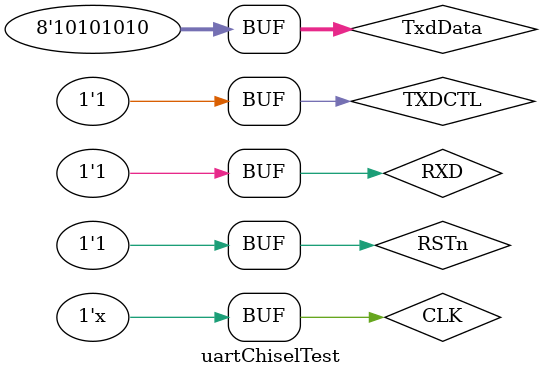
<source format=v>
`timescale 1ns / 1ps


module uartChiselTest(


    );

	reg CLK;
	reg RSTn;

	reg TXDCTL;
	wire TXD;
	reg RXD;
	reg [7:0] TxdData;
	wire [7:0] RxdData;


uart s_uart( // @[:@3.2]
	.clock(CLK), // @[:@4.4]
	.reset(~RSTn), // @[:@5.4]
	.io_TXD_enable(TXDCTL), // @[:@6.4]
	.io_TXD_data(TxdData), // @[:@6.4]
	.io_RXD_data(RxdData), // @[:@6.4]
	.io_TXD(TXD), // @[:@6.4]
	.io_RXD(RXD) // @[:@6.4]
);

always begin
#1000 CLK = ~CLK;
end

initial begin
	CLK = 1'b0;
	RSTn = 1'b0;
	TXDCTL = 1'b0;
	RXD = 1'B0;
	TxdData = 8'B0;
#3400	

	RSTn = 1'b1;
	TxdData = 8'haa;

#3000
	TXDCTL = 1'b1;
	RXD = 1'B1;


end




endmodule

</source>
